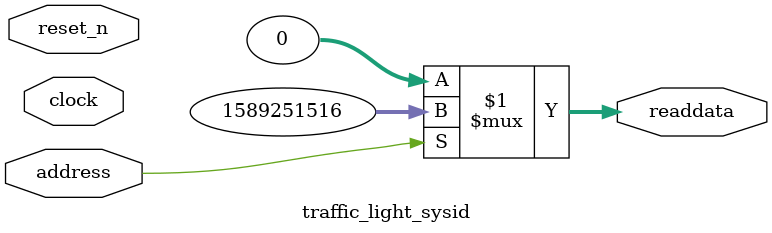
<source format=v>



// synthesis translate_off
`timescale 1ns / 1ps
// synthesis translate_on

// turn off superfluous verilog processor warnings 
// altera message_level Level1 
// altera message_off 10034 10035 10036 10037 10230 10240 10030 

module traffic_light_sysid (
               // inputs:
                address,
                clock,
                reset_n,

               // outputs:
                readdata
             )
;

  output  [ 31: 0] readdata;
  input            address;
  input            clock;
  input            reset_n;

  wire    [ 31: 0] readdata;
  //control_slave, which is an e_avalon_slave
  assign readdata = address ? 1589251516 : 0;

endmodule



</source>
